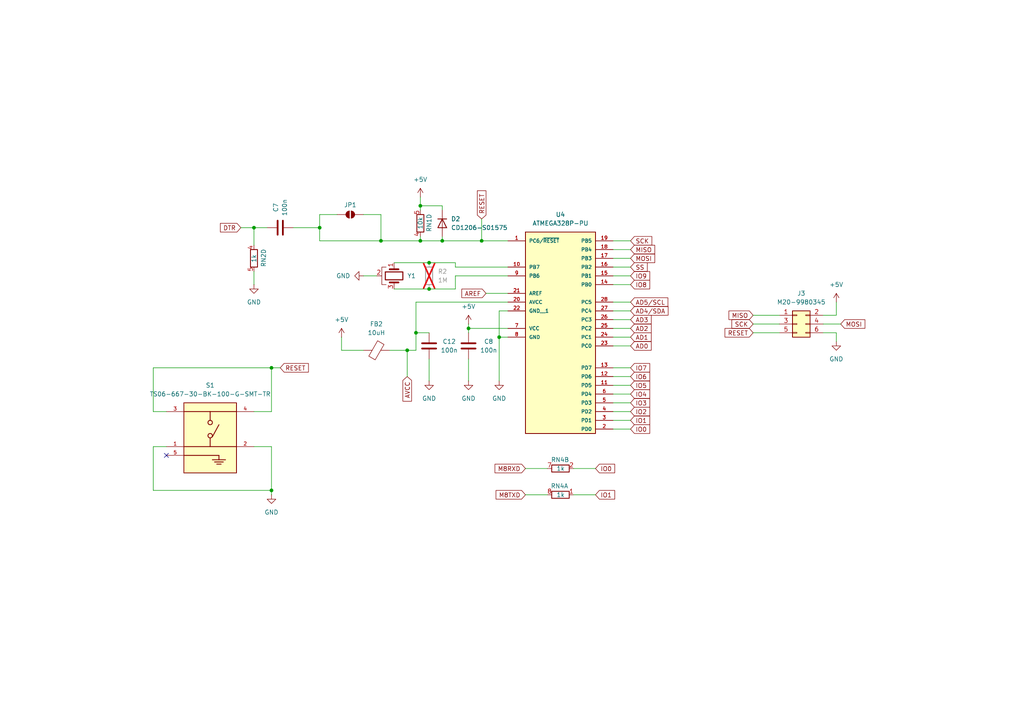
<source format=kicad_sch>
(kicad_sch (version 20231120) (generator "eeschema") (generator_version "8.0")
  (paper "A4")
  (title_block (title "Arduino UNO THT ATMEGA328P-PU") (date "2024-04-27") (rev "1") (company "Carlos Sabogal"))
  (lib_symbols
    (symbol "Arduino UNO:ATMEGA328P-PU" (pin_names (offset 1.016))
      (property "Reference" "U" (at -10.1706 28.9861 0))
      (property "Value" "ATMEGA328P-PU" (at -10.168 -34.0607 0))
      (symbol "ATMEGA328P-PU_0_0"
        (rectangle (start -10.16 27.94) (end 10.16 -30.48) (stroke (width 0.254)) (fill (type background)))
        (pin bidirectional line (at -15.24 25.4 0) (length 5.08) (name "PC6/~{RESET}") (number "1"))
        (pin bidirectional line (at -15.24 17.78 0) (length 5.08) (name "PB7") (number "10"))
        (pin bidirectional line (at 15.24 -16.51 180) (length 5.08) (name "PD5") (number "11"))
        (pin bidirectional line (at 15.24 -13.97 180) (length 5.08) (name "PD6") (number "12"))
        (pin bidirectional line (at 15.24 -11.43 180) (length 5.08) (name "PD7") (number "13"))
        (pin bidirectional line (at 15.24 12.7 180) (length 5.08) (name "PB0") (number "14"))
        (pin bidirectional line (at 15.24 15.24 180) (length 5.08) (name "PB1") (number "15"))
        (pin bidirectional line (at 15.24 17.78 180) (length 5.08) (name "PB2") (number "16"))
        (pin bidirectional line (at 15.24 20.32 180) (length 5.08) (name "PB3") (number "17"))
        (pin bidirectional line (at 15.24 22.86 180) (length 5.08) (name "PB4") (number "18"))
        (pin bidirectional line (at 15.24 25.4 180) (length 5.08) (name "PB5") (number "19"))
        (pin bidirectional line (at 15.24 -29.21 180) (length 5.08) (name "PD0") (number "2"))
        (pin power_in line (at -15.24 7.62 0) (length 5.08) (name "AVCC") (number "20"))
        (pin input line (at -15.24 10.16 0) (length 5.08) (name "AREF") (number "21"))
        (pin power_in line (at -15.24 5.08 0) (length 5.08) (name "GND__1") (number "22"))
        (pin bidirectional line (at 15.24 -5.08 180) (length 5.08) (name "PC0") (number "23"))
        (pin bidirectional line (at 15.24 -2.54 180) (length 5.08) (name "PC1") (number "24"))
        (pin bidirectional line (at 15.24 0 180) (length 5.08) (name "PC2") (number "25"))
        (pin bidirectional line (at 15.24 2.54 180) (length 5.08) (name "PC3") (number "26"))
        (pin bidirectional line (at 15.24 5.08 180) (length 5.08) (name "PC4") (number "27"))
        (pin bidirectional line (at 15.24 7.62 180) (length 5.08) (name "PC5") (number "28"))
        (pin bidirectional line (at 15.24 -26.67 180) (length 5.08) (name "PD1") (number "3"))
        (pin bidirectional line (at 15.24 -24.13 180) (length 5.08) (name "PD2") (number "4"))
        (pin bidirectional line (at 15.24 -21.59 180) (length 5.08) (name "PD3") (number "5"))
        (pin bidirectional line (at 15.24 -19.05 180) (length 5.08) (name "PD4") (number "6"))
        (pin power_in line (at -15.24 0 0) (length 5.08) (name "VCC") (number "7"))
        (pin power_in line (at -15.24 -2.54 0) (length 5.08) (name "GND") (number "8"))
        (pin bidirectional line (at -15.24 15.24 0) (length 5.08) (name "PB6") (number "9"))
      )
    )
    (symbol "Arduino UNO:TS06-667-30-BK-100-G-SMT-TR" (pin_names (offset 1.016))
      (property "Reference" "S" (at -7.62 10.922 0))
      (property "Value" "TS06-667-30-BK-100-G-SMT-TR" (at -7.62 -10.922 0))
      (symbol "TS06-667-30-BK-100-G-SMT-TR_0_0"
        (rectangle (start -7.62 10.16) (end 7.62 -10.16) (stroke (width 0.254)) (fill (type background)))
        (polyline (pts (xy -7.62 -5.08) (xy 2.54 -5.08)) (stroke (width 0.254)))
        (polyline (pts (xy 0 -2.54) (xy -7.62 -2.54)) (stroke (width 0.254)))
        (polyline (pts (xy 0 -2.54) (xy 7.62 -2.54)) (stroke (width 0.254)))
        (polyline (pts (xy 0 0) (xy 0 -2.54)) (stroke (width 0.254)))
        (polyline (pts (xy 0 7.62) (xy -7.62 7.62)) (stroke (width 0.254)))
        (polyline (pts (xy 0 7.62) (xy 0 5.08)) (stroke (width 0.254)))
        (polyline (pts (xy 0 7.62) (xy 7.62 7.62)) (stroke (width 0.254)))
        (polyline (pts (xy 0.635 -6.35) (xy 2.54 -6.35)) (stroke (width 0.254)))
        (polyline (pts (xy 0.635 0.3175) (xy 2.54 3.81)) (stroke (width 0.254)))
        (polyline (pts (xy 1.27 -6.985) (xy 3.81 -6.985)) (stroke (width 0.254)))
        (polyline (pts (xy 1.905 -7.62) (xy 3.175 -7.62)) (stroke (width 0.254)))
        (polyline (pts (xy 2.54 -6.35) (xy 4.445 -6.35)) (stroke (width 0.254)))
        (polyline (pts (xy 2.54 -5.08) (xy 2.54 -6.35)) (stroke (width 0.254)))
        (circle (center 0 0.635) (radius 0.635) (stroke (width 0.254)))
        (circle (center 0 4.445) (radius 0.635) (stroke (width 0.254)))
        (pin passive line (at -12.7 -2.54 0) (length 5.08) (name "~") (number "1"))
        (pin passive line (at 12.7 -2.54 180) (length 5.08) (name "~") (number "2"))
        (pin passive line (at -12.7 7.62 0) (length 5.08) (name "~") (number "3"))
        (pin passive line (at 12.7 7.62 180) (length 5.08) (name "~") (number "4"))
        (pin passive line (at -12.7 -5.08 0) (length 5.08) (name "~") (number "5"))
      )
    )
    (symbol "Connector_Generic:Conn_02x03_Odd_Even" (pin_names (offset 1.016) hide)
      (property "Reference" "J" (at 1.27 5.08 0))
      (property "Value" "Conn_02x03_Odd_Even" (at 1.27 -5.08 0))
      (symbol "Conn_02x03_Odd_Even_1_1"
        (rectangle (start -1.27 -2.413) (end 0 -2.667) (stroke (width 0.1524)))
        (rectangle (start -1.27 0.127) (end 0 -0.127) (stroke (width 0.1524)))
        (rectangle (start -1.27 2.667) (end 0 2.413) (stroke (width 0.1524)))
        (rectangle (start -1.27 3.81) (end 3.81 -3.81) (stroke (width 0.254)) (fill (type background)))
        (rectangle (start 3.81 -2.413) (end 2.54 -2.667) (stroke (width 0.1524)))
        (rectangle (start 3.81 0.127) (end 2.54 -0.127) (stroke (width 0.1524)))
        (rectangle (start 3.81 2.667) (end 2.54 2.413) (stroke (width 0.1524)))
        (pin passive line (at -5.08 2.54 0) (length 3.81) (name "Pin_1") (number "1"))
        (pin passive line (at 7.62 2.54 180) (length 3.81) (name "Pin_2") (number "2"))
        (pin passive line (at -5.08 0 0) (length 3.81) (name "Pin_3") (number "3"))
        (pin passive line (at 7.62 0 180) (length 3.81) (name "Pin_4") (number "4"))
        (pin passive line (at -5.08 -2.54 0) (length 3.81) (name "Pin_5") (number "5"))
        (pin passive line (at 7.62 -2.54 180) (length 3.81) (name "Pin_6") (number "6"))
      )
    )
    (symbol "Device:C" (pin_numbers hide) (pin_names (offset 0.254))
      (property "Reference" "C" (at 0.635 2.54 0))
      (property "Value" "C" (at 0.635 -2.54 0))
      (symbol "C_0_1"
        (polyline (pts (xy -2.032 -0.762) (xy 2.032 -0.762)) (stroke (width 0.508)))
        (polyline (pts (xy -2.032 0.762) (xy 2.032 0.762)) (stroke (width 0.508)))
      )
      (symbol "C_1_1"
        (pin passive line (at 0 3.81 270) (length 2.794) (name "~") (number "1"))
        (pin passive line (at 0 -3.81 90) (length 2.794) (name "~") (number "2"))
      )
    )
    (symbol "Device:Crystal_GND2" (pin_names (offset 1.016) hide)
      (property "Reference" "Y" (at 0 5.715 0))
      (property "Value" "Crystal_GND2" (at 0 3.81 0))
      (symbol "Crystal_GND2_0_1"
        (rectangle (start -1.143 2.54) (end 1.143 -2.54) (stroke (width 0.3048)))
        (polyline (pts (xy -2.54 0) (xy -1.905 0)))
        (polyline (pts (xy -1.905 -1.27) (xy -1.905 1.27)) (stroke (width 0.508)))
        (polyline (pts (xy 0 -3.81) (xy 0 -3.556)))
        (polyline (pts (xy 1.905 0) (xy 2.54 0)))
        (polyline (pts (xy 1.905 1.27) (xy 1.905 -1.27)) (stroke (width 0.508)))
        (polyline (pts (xy -2.54 -2.286) (xy -2.54 -3.556) (xy 2.54 -3.556) (xy 2.54 -2.286)))
      )
      (symbol "Crystal_GND2_1_1"
        (pin passive line (at -3.81 0 0) (length 1.27) (name "1") (number "1"))
        (pin passive line (at 0 -5.08 90) (length 1.27) (name "2") (number "2"))
        (pin passive line (at 3.81 0 180) (length 1.27) (name "3") (number "3"))
      )
    )
    (symbol "Device:D" (pin_numbers hide) (pin_names (offset 1.016) hide)
      (property "Reference" "D" (at 0 2.54 0))
      (property "Value" "D" (at 0 -2.54 0))
      (symbol "D_0_1"
        (polyline (pts (xy -1.27 1.27) (xy -1.27 -1.27)) (stroke (width 0.254)))
        (polyline (pts (xy 1.27 0) (xy -1.27 0)))
        (polyline (pts (xy 1.27 1.27) (xy 1.27 -1.27) (xy -1.27 0) (xy 1.27 1.27)) (stroke (width 0.254)))
      )
      (symbol "D_1_1"
        (pin passive line (at -3.81 0 0) (length 2.54) (name "K") (number "1"))
        (pin passive line (at 3.81 0 180) (length 2.54) (name "A") (number "2"))
      )
    )
    (symbol "Device:FerriteBead" (pin_numbers hide) (pin_names (offset 0))
      (property "Reference" "FB" (at -3.81 0.635 90))
      (property "Value" "FerriteBead" (at 3.81 0 90))
      (symbol "FerriteBead_0_1"
        (polyline (pts (xy 0 -1.27) (xy 0 -1.2192)))
        (polyline (pts (xy 0 1.27) (xy 0 1.2954)))
        (polyline (pts (xy -2.7686 0.4064) (xy -1.7018 2.2606) (xy 2.7686 -0.3048) (xy 1.6764 -2.159) (xy -2.7686 0.4064)))
      )
      (symbol "FerriteBead_1_1"
        (pin passive line (at 0 3.81 270) (length 2.54) (name "~") (number "1"))
        (pin passive line (at 0 -3.81 90) (length 2.54) (name "~") (number "2"))
      )
    )
    (symbol "Device:R" (pin_numbers hide) (pin_names (offset 0))
      (property "Reference" "R" (at 2.032 0 90))
      (property "Value" "R" (at 0 0 90))
      (symbol "R_0_1"
        (rectangle (start -1.016 -2.54) (end 1.016 2.54) (stroke (width 0.254)))
      )
      (symbol "R_1_1"
        (pin passive line (at 0 3.81 270) (length 1.27) (name "~") (number "1"))
        (pin passive line (at 0 -3.81 90) (length 1.27) (name "~") (number "2"))
      )
    )
    (symbol "Device:R_Pack04_Split" (pin_names (offset 0) hide)
      (property "Reference" "RN" (at 2.032 0 90))
      (property "Value" "R_Pack04_Split" (at 0 0 90))
      (symbol "R_Pack04_Split_0_1"
        (rectangle (start 1.016 2.54) (end -1.016 -2.54) (stroke (width 0.254)))
      )
      (symbol "R_Pack04_Split_1_1"
        (pin passive line (at 0 -3.81 90) (length 1.27) (name "R1.1") (number "1"))
        (pin passive line (at 0 3.81 270) (length 1.27) (name "R1.2") (number "8"))
      )
      (symbol "R_Pack04_Split_2_1"
        (pin passive line (at 0 -3.81 90) (length 1.27) (name "R2.1") (number "2"))
        (pin passive line (at 0 3.81 270) (length 1.27) (name "R2.2") (number "7"))
      )
      (symbol "R_Pack04_Split_3_1"
        (pin passive line (at 0 -3.81 90) (length 1.27) (name "R3.1") (number "3"))
        (pin passive line (at 0 3.81 270) (length 1.27) (name "R3.2") (number "6"))
      )
      (symbol "R_Pack04_Split_4_1"
        (pin passive line (at 0 -3.81 90) (length 1.27) (name "R4.1") (number "4"))
        (pin passive line (at 0 3.81 270) (length 1.27) (name "R4.2") (number "5"))
      )
    )
    (symbol "Jumper:SolderJumper_2_Open" (pin_numbers hide) (pin_names (offset 0) hide) (exclude_from_sim yes) (in_bom no)
      (property "Reference" "JP" (at 0 2.032 0))
      (property "Value" "SolderJumper_2_Open" (at 0 -2.54 0))
      (symbol "SolderJumper_2_Open_0_1"
        (arc (start -0.254 1.016) (mid -1.2656 0) (end -0.254 -1.016))
        (arc (start -0.254 1.016) (mid -1.2656 0) (end -0.254 -1.016) (fill (type outline)))
        (polyline (pts (xy -0.254 1.016) (xy -0.254 -1.016)))
        (polyline (pts (xy 0.254 1.016) (xy 0.254 -1.016)))
        (arc (start 0.254 -1.016) (mid 1.2656 0) (end 0.254 1.016))
        (arc (start 0.254 -1.016) (mid 1.2656 0) (end 0.254 1.016) (fill (type outline)))
      )
      (symbol "SolderJumper_2_Open_1_1"
        (pin passive line (at -3.81 0 0) (length 2.54) (name "A") (number "1"))
        (pin passive line (at 3.81 0 180) (length 2.54) (name "B") (number "2"))
      )
    )
    (symbol "power:+5V" (power) (pin_numbers hide) (pin_names (offset 0) hide)
      (property "Value" "+5V" (at 0 3.556 0))
      (symbol "+5V_0_1"
        (polyline (pts (xy -0.762 1.27) (xy 0 2.54)))
        (polyline (pts (xy 0 0) (xy 0 2.54)))
        (polyline (pts (xy 0 2.54) (xy 0.762 1.27)))
      )
      (symbol "+5V_1_1"
        (pin power_in line (at 0 0 90) (length 0) (name "~") (number "1"))
      )
    )
    (symbol "power:GND" (power) (pin_numbers hide) (pin_names (offset 0) hide)
      (property "Value" "GND" (at 0 -3.81 0))
      (symbol "GND_0_1"
        (polyline (pts (xy 0 0) (xy 0 -1.27) (xy 1.27 -1.27) (xy 0 -2.54) (xy -1.27 -1.27) (xy 0 -1.27)))
      )
      (symbol "GND_1_1"
        (pin power_in line (at 0 0 270) (length 0) (name "~") (number "1"))
      )
    )
  )
  (junction (at 78.74 106.68))
  (junction (at 78.74 142.24))
  (junction (at 139.7 69.85))
  (junction (at 73.66 66.04))
  (junction (at 120.65 96.52))
  (junction (at 118.11 101.6))
  (junction (at 121.92 69.85))
  (junction (at 110.49 69.85))
  (junction (at 135.89 95.25))
  (junction (at 124.46 76.2))
  (junction (at 121.92 59.69))
  (junction (at 92.71 66.04))
  (junction (at 144.78 97.79))
  (junction (at 124.46 83.82))
  (junction (at 128.27 69.85))
  (no_connect (at 48.26 132.08))
  (wire (pts (xy 78.74 142.24) (xy 44.45 142.24)))
  (wire (pts (xy 182.88 109.22) (xy 177.8 109.22)))
  (wire (pts (xy 78.74 143.51) (xy 78.74 142.24)))
  (wire (pts (xy 172.72 135.89) (xy 166.37 135.89)))
  (wire (pts (xy 177.8 114.3) (xy 182.88 114.3)))
  (wire (pts (xy 73.66 129.54) (xy 78.74 129.54)))
  (wire (pts (xy 92.71 69.85) (xy 110.49 69.85)))
  (wire (pts (xy 135.89 95.25) (xy 147.32 95.25)))
  (wire (pts (xy 139.7 63.5) (xy 139.7 69.85)))
  (wire (pts (xy 73.66 66.04) (xy 77.47 66.04)))
  (wire (pts (xy 121.92 69.85) (xy 121.92 68.58)))
  (wire (pts (xy 147.32 87.63) (xy 120.65 87.63)))
  (wire (pts (xy 124.46 76.2) (xy 132.08 76.2)))
  (wire (pts (xy 120.65 96.52) (xy 124.46 96.52)))
  (wire (pts (xy 121.92 59.69) (xy 121.92 60.96)))
  (wire (pts (xy 182.88 87.63) (xy 177.8 87.63)))
  (wire (pts (xy 135.89 93.98) (xy 135.89 95.25)))
  (wire (pts (xy 218.44 93.98) (xy 226.06 93.98)))
  (wire (pts (xy 182.88 82.55) (xy 177.8 82.55)))
  (wire (pts (xy 182.88 72.39) (xy 177.8 72.39)))
  (wire (pts (xy 147.32 97.79) (xy 144.78 97.79)))
  (wire (pts (xy 114.3 83.82) (xy 124.46 83.82)))
  (wire (pts (xy 120.65 87.63) (xy 120.65 96.52)))
  (wire (pts (xy 182.88 90.17) (xy 177.8 90.17)))
  (wire (pts (xy 158.75 143.51) (xy 152.4 143.51)))
  (wire (pts (xy 242.57 87.63) (xy 242.57 91.44)))
  (wire (pts (xy 144.78 97.79) (xy 144.78 110.49)))
  (wire (pts (xy 139.7 69.85) (xy 128.27 69.85)))
  (wire (pts (xy 243.84 93.98) (xy 238.76 93.98)))
  (wire (pts (xy 73.66 82.55) (xy 73.66 78.74)))
  (wire (pts (xy 147.32 90.17) (xy 144.78 90.17)))
  (wire (pts (xy 177.8 124.46) (xy 182.88 124.46)))
  (wire (pts (xy 158.75 135.89) (xy 152.4 135.89)))
  (wire (pts (xy 114.3 76.2) (xy 124.46 76.2)))
  (wire (pts (xy 110.49 62.23) (xy 110.49 69.85)))
  (wire (pts (xy 140.97 85.09) (xy 147.32 85.09)))
  (wire (pts (xy 144.78 90.17) (xy 144.78 97.79)))
  (wire (pts (xy 128.27 69.85) (xy 121.92 69.85)))
  (wire (pts (xy 132.08 77.47) (xy 132.08 76.2)))
  (wire (pts (xy 147.32 69.85) (xy 139.7 69.85)))
  (wire (pts (xy 110.49 62.23) (xy 105.41 62.23)))
  (wire (pts (xy 78.74 129.54) (xy 78.74 142.24)))
  (wire (pts (xy 135.89 95.25) (xy 135.89 96.52)))
  (wire (pts (xy 78.74 106.68) (xy 81.28 106.68)))
  (wire (pts (xy 172.72 143.51) (xy 166.37 143.51)))
  (wire (pts (xy 182.88 106.68) (xy 177.8 106.68)))
  (wire (pts (xy 218.44 91.44) (xy 226.06 91.44)))
  (wire (pts (xy 177.8 116.84) (xy 182.88 116.84)))
  (wire (pts (xy 105.41 80.01) (xy 109.22 80.01)))
  (wire (pts (xy 44.45 142.24) (xy 44.45 129.54)))
  (wire (pts (xy 128.27 60.96) (xy 128.27 59.69)))
  (wire (pts (xy 177.8 121.92) (xy 182.88 121.92)))
  (wire (pts (xy 120.65 101.6) (xy 118.11 101.6)))
  (wire (pts (xy 177.8 95.25) (xy 182.88 95.25)))
  (wire (pts (xy 182.88 111.76) (xy 177.8 111.76)))
  (wire (pts (xy 242.57 91.44) (xy 238.76 91.44)))
  (wire (pts (xy 121.92 57.15) (xy 121.92 59.69)))
  (wire (pts (xy 121.92 69.85) (xy 110.49 69.85)))
  (wire (pts (xy 118.11 101.6) (xy 113.03 101.6)))
  (wire (pts (xy 177.8 119.38) (xy 182.88 119.38)))
  (wire (pts (xy 78.74 106.68) (xy 78.74 119.38)))
  (wire (pts (xy 78.74 119.38) (xy 73.66 119.38)))
  (wire (pts (xy 182.88 80.01) (xy 177.8 80.01)))
  (wire (pts (xy 242.57 96.52) (xy 242.57 99.06)))
  (wire (pts (xy 128.27 68.58) (xy 128.27 69.85)))
  (wire (pts (xy 218.44 96.52) (xy 226.06 96.52)))
  (wire (pts (xy 118.11 109.22) (xy 118.11 101.6)))
  (wire (pts (xy 135.89 110.49) (xy 135.89 104.14)))
  (wire (pts (xy 92.71 62.23) (xy 92.71 66.04)))
  (wire (pts (xy 73.66 71.12) (xy 73.66 66.04)))
  (wire (pts (xy 238.76 96.52) (xy 242.57 96.52)))
  (wire (pts (xy 177.8 97.79) (xy 182.88 97.79)))
  (wire (pts (xy 120.65 96.52) (xy 120.65 101.6)))
  (wire (pts (xy 128.27 59.69) (xy 121.92 59.69)))
  (wire (pts (xy 182.88 77.47) (xy 177.8 77.47)))
  (wire (pts (xy 147.32 77.47) (xy 132.08 77.47)))
  (wire (pts (xy 44.45 119.38) (xy 48.26 119.38)))
  (wire (pts (xy 44.45 106.68) (xy 44.45 119.38)))
  (wire (pts (xy 177.8 92.71) (xy 182.88 92.71)))
  (wire (pts (xy 44.45 106.68) (xy 78.74 106.68)))
  (wire (pts (xy 44.45 129.54) (xy 48.26 129.54)))
  (wire (pts (xy 97.79 62.23) (xy 92.71 62.23)))
  (wire (pts (xy 182.88 69.85) (xy 177.8 69.85)))
  (wire (pts (xy 69.85 66.04) (xy 73.66 66.04)))
  (wire (pts (xy 124.46 110.49) (xy 124.46 104.14)))
  (wire (pts (xy 124.46 83.82) (xy 132.08 83.82)))
  (wire (pts (xy 99.06 101.6) (xy 99.06 97.79)))
  (wire (pts (xy 99.06 101.6) (xy 105.41 101.6)))
  (wire (pts (xy 132.08 80.01) (xy 132.08 83.82)))
  (wire (pts (xy 182.88 100.33) (xy 177.8 100.33)))
  (wire (pts (xy 147.32 80.01) (xy 132.08 80.01)))
  (wire (pts (xy 182.88 74.93) (xy 177.8 74.93)))
  (wire (pts (xy 92.71 66.04) (xy 85.09 66.04)))
  (wire (pts (xy 92.71 69.85) (xy 92.71 66.04)))
  (global_label "DTR" (shape input) (at 69.85 66.04 180) (property "Intersheetrefs" "${INTERSHEET_REFS}" (effects (hide yes))))
  (global_label "SS" (shape input) (at 182.88 77.47 0) (property "Intersheetrefs" "${INTERSHEET_REFS}" (effects (hide yes))))
  (global_label "MOSI" (shape input) (at 182.88 74.93 0) (property "Intersheetrefs" "${INTERSHEET_REFS}" (effects (hide yes))))
  (global_label "MISO" (shape input) (at 218.44 91.44 180) (property "Intersheetrefs" "${INTERSHEET_REFS}" (effects (hide yes))))
  (global_label "AREF" (shape input) (at 140.97 85.09 180) (property "Intersheetrefs" "${INTERSHEET_REFS}" (effects (hide yes))))
  (global_label "IO0" (shape input) (at 172.72 135.89 0) (property "Intersheetrefs" "${INTERSHEET_REFS}" (effects (hide yes))))
  (global_label "SCK" (shape input) (at 218.44 93.98 180) (property "Intersheetrefs" "${INTERSHEET_REFS}" (effects (hide yes))))
  (global_label "IO9" (shape input) (at 182.88 80.01 0) (property "Intersheetrefs" "${INTERSHEET_REFS}" (effects (hide yes))))
  (global_label "AD5{slash}SCL" (shape input) (at 182.88 87.63 0) (property "Intersheetrefs" "${INTERSHEET_REFS}" (effects (hide yes))))
  (global_label "AD1" (shape input) (at 182.88 97.79 0) (property "Intersheetrefs" "${INTERSHEET_REFS}" (effects (hide yes))))
  (global_label "MISO" (shape input) (at 182.88 72.39 0) (property "Intersheetrefs" "${INTERSHEET_REFS}" (effects (hide yes))))
  (global_label "AVCC" (shape input) (at 118.11 109.22 270) (property "Intersheetrefs" "${INTERSHEET_REFS}" (effects (hide yes))))
  (global_label "IO3" (shape input) (at 182.88 116.84 0) (property "Intersheetrefs" "${INTERSHEET_REFS}" (effects (hide yes))))
  (global_label "RESET" (shape input) (at 139.7 63.5 90) (property "Intersheetrefs" "${INTERSHEET_REFS}" (effects (hide yes))))
  (global_label "IO1" (shape input) (at 172.72 143.51 0) (property "Intersheetrefs" "${INTERSHEET_REFS}" (effects (hide yes))))
  (global_label "RESET" (shape input) (at 81.28 106.68 0) (property "Intersheetrefs" "${INTERSHEET_REFS}" (effects (hide yes))))
  (global_label "AD3" (shape input) (at 182.88 92.71 0) (property "Intersheetrefs" "${INTERSHEET_REFS}" (effects (hide yes))))
  (global_label "IO5" (shape input) (at 182.88 111.76 0) (property "Intersheetrefs" "${INTERSHEET_REFS}" (effects (hide yes))))
  (global_label "IO4" (shape input) (at 182.88 114.3 0) (property "Intersheetrefs" "${INTERSHEET_REFS}" (effects (hide yes))))
  (global_label "AD2" (shape input) (at 182.88 95.25 0) (property "Intersheetrefs" "${INTERSHEET_REFS}" (effects (hide yes))))
  (global_label "M8TXD" (shape input) (at 152.4 143.51 180) (property "Intersheetrefs" "${INTERSHEET_REFS}" (effects (hide yes))))
  (global_label "AD0" (shape input) (at 182.88 100.33 0) (property "Intersheetrefs" "${INTERSHEET_REFS}" (effects (hide yes))))
  (global_label "SCK" (shape input) (at 182.88 69.85 0) (property "Intersheetrefs" "${INTERSHEET_REFS}" (effects (hide yes))))
  (global_label "M8RXD" (shape input) (at 152.4 135.89 180) (property "Intersheetrefs" "${INTERSHEET_REFS}" (effects (hide yes))))
  (global_label "AD4{slash}SDA" (shape input) (at 182.88 90.17 0) (property "Intersheetrefs" "${INTERSHEET_REFS}" (effects (hide yes))))
  (global_label "RESET" (shape input) (at 218.44 96.52 180) (property "Intersheetrefs" "${INTERSHEET_REFS}" (effects (hide yes))))
  (global_label "IO8" (shape input) (at 182.88 82.55 0) (property "Intersheetrefs" "${INTERSHEET_REFS}" (effects (hide yes))))
  (global_label "MOSI" (shape input) (at 243.84 93.98 0) (property "Intersheetrefs" "${INTERSHEET_REFS}" (effects (hide yes))))
  (global_label "IO1" (shape input) (at 182.88 121.92 0) (property "Intersheetrefs" "${INTERSHEET_REFS}" (effects (hide yes))))
  (global_label "IO7" (shape input) (at 182.88 106.68 0) (property "Intersheetrefs" "${INTERSHEET_REFS}" (effects (hide yes))))
  (global_label "IO6" (shape input) (at 182.88 109.22 0) (property "Intersheetrefs" "${INTERSHEET_REFS}" (effects (hide yes))))
  (global_label "IO2" (shape input) (at 182.88 119.38 0) (property "Intersheetrefs" "${INTERSHEET_REFS}" (effects (hide yes))))
  (global_label "IO0" (shape input) (at 182.88 124.46 0) (property "Intersheetrefs" "${INTERSHEET_REFS}" (effects (hide yes))))
  (symbol (lib_id "Device:R_Pack04_Split") (at 162.56 143.51 90) (unit 1)
    (property "Reference" "RN4" (at 164.846 140.97 90) (effects (justify left)))
    (property "Value" "1k" (at 163.83 143.51 90) (effects (justify left)))
    (property "Footprint" "Resistor_SMD:R_Array_Convex_4x0603" (effects (hide yes)))
    (property "Description" "4 resistor network, parallel topology, split" (effects (hide yes)))
  )
  (symbol (lib_id "power:+5V") (at 242.57 87.63 0) (unit 1)
    (property "Reference" "#PWR031" (effects (hide yes)))
    (property "Value" "+5V" (at 242.57 82.55 0))
    (property "Description" "Power symbol creates a global label with name \"+5V\"" (effects (hide yes)))
  )
  (symbol (lib_id "power:+5V") (at 135.89 93.98 0) (unit 1)
    (property "Reference" "#PWR032" (effects (hide yes)))
    (property "Value" "+5V" (at 135.89 88.9 0))
    (property "Description" "Power symbol creates a global label with name \"+5V\"" (effects (hide yes)))
  )
  (symbol (lib_id "power:+5V") (at 121.92 57.15 0) (unit 1)
    (property "Reference" "#PWR026" (effects (hide yes)))
    (property "Value" "+5V" (at 121.92 52.07 0))
    (property "Description" "Power symbol creates a global label with name \"+5V\"" (effects (hide yes)))
  )
  (symbol (lib_id "Device:C") (at 124.46 100.33 0) (unit 1)
    (property "Reference" "C12" (at 130.302 99.06 0))
    (property "Value" "100n" (at 130.302 101.6 0))
    (property "Footprint" "Capacitor_SMD:C_0603_1608Metric" (effects (hide yes)))
    (property "Description" "Unpolarized capacitor" (effects (hide yes)))
  )
  (symbol (lib_id "power:GND") (at 135.89 110.49 0) (unit 1)
    (property "Reference" "#PWR041" (effects (hide yes)))
    (property "Value" "GND" (at 135.89 115.57 0))
    (property "Description" "Power symbol creates a global label with name \"GND\" , ground" (effects (hide yes)))
  )
  (symbol (lib_id "power:GND") (at 242.57 99.06 0) (unit 1)
    (property "Reference" "#PWR037" (effects (hide yes)))
    (property "Value" "GND" (at 242.57 104.14 0))
    (property "Description" "Power symbol creates a global label with name \"GND\" , ground" (effects (hide yes)))
  )
  (symbol (lib_id "Device:R") (at 124.46 80.01 0) (unit 1) (dnp yes)
    (property "Reference" "R2" (at 127 78.7399 0) (effects (justify left)))
    (property "Value" "1M" (at 127 81.2799 0) (effects (justify left)))
    (property "Footprint" "Resistor_SMD:R_0603_1608Metric" (effects (hide yes)))
    (property "Description" "Resistor" (effects (hide yes)))
  )
  (symbol (lib_id "Device:R_Pack04_Split") (at 162.56 135.89 90) (unit 2)
    (property "Reference" "RN4" (at 165.1 133.35 90) (effects (justify left)))
    (property "Value" "1k" (at 163.83 135.89 90) (effects (justify left)))
    (property "Footprint" "Resistor_SMD:R_Array_Convex_4x0603" (effects (hide yes)))
    (property "Description" "4 resistor network, parallel topology, split" (effects (hide yes)))
  )
  (symbol (lib_id "power:+5V") (at 99.06 97.79 0) (unit 1)
    (property "Reference" "#PWR035" (effects (hide yes)))
    (property "Value" "+5V" (at 99.06 92.71 0))
    (property "Description" "Power symbol creates a global label with name \"+5V\"" (effects (hide yes)))
  )
  (symbol (lib_id "power:GND") (at 144.78 110.49 0) (unit 1)
    (property "Reference" "#PWR042" (effects (hide yes)))
    (property "Value" "GND" (at 144.78 115.57 0))
    (property "Description" "Power symbol creates a global label with name \"GND\" , ground" (effects (hide yes)))
  )
  (symbol (lib_id "Arduino UNO:TS06-667-30-BK-100-G-SMT-TR") (at 60.96 127 0) (unit 1)
    (property "Reference" "S1" (at 60.96 111.76 0))
    (property "Value" "TS06-667-30-BK-100-G-SMT-TR" (at 60.96 114.3 0))
    (property "Footprint" "Arduino UNO:SW_TS06-667-30-BK-100-G-SMT-TR" (effects (hide yes)))
    (property "PARTREV" "1.0" (effects (hide yes)))
    (property "MANUFACTURER" "Cui Devices" (effects (hide yes)))
    (property "MAXIMUM_PACKAGE_HEIGHT" "2.6 mm" (effects (hide yes)))
    (property "STANDARD" "Manufacturer Recommendations" (effects (hide yes)))
  )
  (symbol (lib_id "power:GND") (at 78.74 143.51 0) (unit 1)
    (property "Reference" "#PWR038" (effects (hide yes)))
    (property "Value" "GND" (at 78.74 148.59 0))
    (property "Description" "Power symbol creates a global label with name \"GND\" , ground" (effects (hide yes)))
  )
  (symbol (lib_id "Device:R_Pack04_Split") (at 73.66 74.93 180) (unit 4)
    (property "Reference" "RN2" (at 76.454 77.47 90) (effects (justify right)))
    (property "Value" "1k" (at 73.66 76.2 90) (effects (justify right)))
    (property "Footprint" "Resistor_SMD:R_Array_Convex_4x0603" (effects (hide yes)))
    (property "Description" "4 resistor network, parallel topology, split" (effects (hide yes)))
  )
  (symbol (lib_id "Jumper:SolderJumper_2_Open") (at 101.6 62.23 0) (unit 1) (exclude_from_sim yes) (in_bom no)
    (property "Reference" "JP1" (at 101.6 59.436 0))
    (property "Value" "SolderJumper_2_Open" (effects (hide yes)))
    (property "Footprint" "Jumper:SolderJumper-2_P1.3mm_Open_Pad1.0x1.5mm" (effects (hide yes)))
    (property "Description" "Solder Jumper, 2-pole, open" (effects (hide yes)))
  )
  (symbol (lib_id "power:GND") (at 73.66 82.55 0) (unit 1)
    (property "Reference" "#PWR039" (effects (hide yes)))
    (property "Value" "GND" (at 73.66 87.63 0))
    (property "Description" "Power symbol creates a global label with name \"GND\" , ground" (effects (hide yes)))
  )
  (symbol (lib_id "Connector_Generic:Conn_02x03_Odd_Even") (at 231.14 93.98 0) (unit 1)
    (property "Reference" "J3" (at 232.41 85.09 0))
    (property "Value" "M20-9980345" (at 232.41 87.63 0))
    (property "Footprint" "Connector_PinHeader_2.54mm:PinHeader_2x03_P2.54mm_Vertical" (effects (hide yes)))
    (property "Description" "Generic connector, double row, 02x03, odd/even pin numbering scheme (row 1 odd numbers, row 2 even numbers), script generated (kicad-library-utils/schlib/autogen/connector/)" (effects (hide yes)))
  )
  (symbol (lib_id "Device:FerriteBead") (at 109.22 101.6 90) (unit 1)
    (property "Reference" "FB2" (at 109.1692 93.98 90))
    (property "Value" "10uH" (at 109.1692 96.52 90))
    (property "Footprint" "Inductor_SMD:L_0805_2012Metric" (effects (hide yes)))
    (property "Description" "Ferrite bead" (effects (hide yes)))
  )
  (symbol (lib_id "power:GND") (at 105.41 80.01 270) (unit 1)
    (property "Reference" "#PWR043" (effects (hide yes)))
    (property "Value" "GND" (at 101.6 80.0099 90) (effects (justify right)))
    (property "Description" "Power symbol creates a global label with name \"GND\" , ground" (effects (hide yes)))
  )
  (symbol (lib_id "Device:C") (at 135.89 100.33 180) (unit 1)
    (property "Reference" "C8" (at 141.732 99.06 0))
    (property "Value" "100n" (at 141.732 101.6 0))
    (property "Footprint" "Capacitor_SMD:C_0603_1608Metric" (effects (hide yes)))
    (property "Description" "Unpolarized capacitor" (effects (hide yes)))
  )
  (symbol (lib_id "Arduino UNO:ATMEGA328P-PU") (at 162.56 95.25 0) (unit 1)
    (property "Reference" "U4" (at 162.56 62.23 0))
    (property "Value" "ATMEGA328P-PU" (at 162.56 64.77 0))
    (property "Footprint" "Package_DIP:DIP-28_W7.62mm_Socket" (effects (hide yes)))
    (property "MANUFACTURER" "Atmel" (effects (hide yes)))
  )
  (symbol (lib_id "Device:D") (at 128.27 64.77 270) (unit 1)
    (property "Reference" "D2" (at 130.81 63.4999 90) (effects (justify left)))
    (property "Value" "CD1206-S01575" (at 130.81 66.0399 90) (effects (justify left)))
    (property "Footprint" "Diode_SMD:D_1206_3216Metric" (effects (hide yes)))
    (property "Description" "Diode" (effects (hide yes)))
    (property "Sim.Device" "D" (effects (hide yes)))
    (property "Sim.Pins" "1=K 2=A" (effects (hide yes)))
  )
  (symbol (lib_id "power:GND") (at 124.46 110.49 0) (unit 1)
    (property "Reference" "#PWR040" (effects (hide yes)))
    (property "Value" "GND" (at 124.46 115.57 0))
    (property "Description" "Power symbol creates a global label with name \"GND\" , ground" (effects (hide yes)))
  )
  (symbol (lib_id "Device:C") (at 81.28 66.04 90) (unit 1)
    (property "Reference" "C7" (at 80 60.198 0))
    (property "Value" "100n" (at 82.55 60.198 0))
    (property "Footprint" "Capacitor_SMD:C_0603_1608Metric" (effects (hide yes)))
    (property "Description" "Unpolarized capacitor" (effects (hide yes)))
  )
  (symbol (lib_id "Device:Crystal_GND2") (at 114.3 80.01 270) (unit 1)
    (property "Reference" "Y1" (at 118.11 80.0099 90) (effects (justify left)))
    (property "Value" "CSTNE16M0V530000R0" (effects (hide yes)))
    (property "Footprint" "Crystal:Resonator_SMD_Murata_CSTxExxV-3Pin_3.0x1.1mm" (effects (hide yes)))
    (property "Description" "Three pin crystal, GND on pin 2" (effects (hide yes)))
  )
  (symbol (lib_id "Device:R_Pack04_Split") (at 121.92 64.77 0) (unit 4)
    (property "Reference" "RN1" (at 124.46 67.31 90) (effects (justify left)))
    (property "Value" "10k" (at 121.92 66.548 90) (effects (justify left)))
    (property "Footprint" "Resistor_SMD:R_Array_Convex_4x0603" (effects (hide yes)))
    (property "Description" "4 resistor network, parallel topology, split" (effects (hide yes)))
  )
)
</source>
